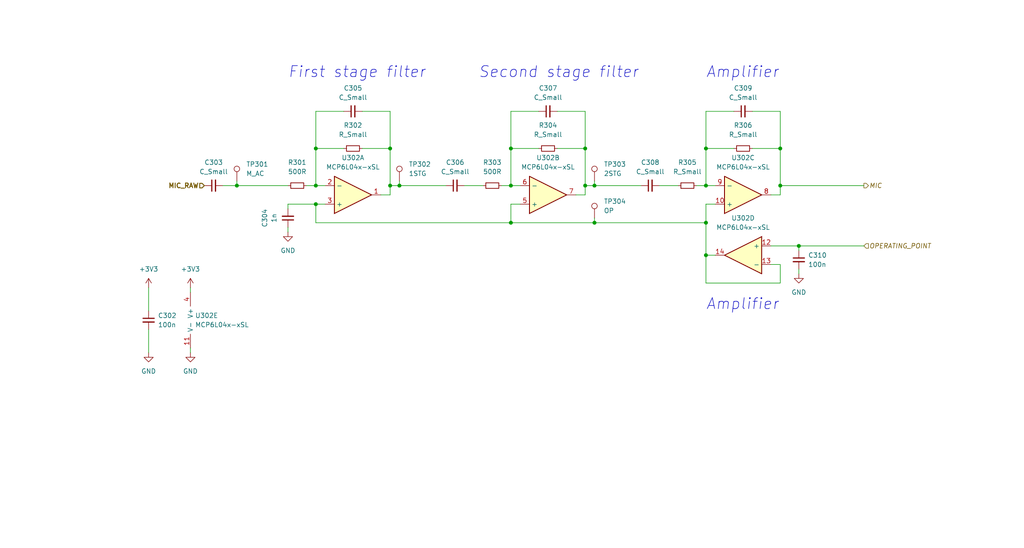
<source format=kicad_sch>
(kicad_sch (version 20211123) (generator eeschema)
  (paper "User" 280.01 150.012)
  (title_block (title "UltraSoundSensor") (date "2022-10-30") (rev "1.0") (company "Krystian Mirek"))
  (lib_symbols
    (symbol "Amplifier_Operational:MCP6L04x-xSL"
      (property "Reference" "U" (at 0 3.81 0))
      (property "Value" "MCP6L04x-xSL" (at 0 -3.81 0))
      (symbol "MCP6L04x-xSL_1_1"
        (polyline (pts (xy -5.08 5.08) (xy 5.08 0) (xy -5.08 -5.08) (xy -5.08 5.08)) (stroke (width 0.254)) (fill (type background)))
        (pin output line (at 7.62 0 180) (length 2.54) (name "~") (number "1"))
        (pin input line (at -7.62 -2.54 0) (length 2.54) (name "-") (number "2"))
        (pin input line (at -7.62 2.54 0) (length 2.54) (name "+") (number "3"))
      )
      (symbol "MCP6L04x-xSL_2_1"
        (polyline (pts (xy -5.08 5.08) (xy 5.08 0) (xy -5.08 -5.08) (xy -5.08 5.08)) (stroke (width 0.254)) (fill (type background)))
        (pin input line (at -7.62 2.54 0) (length 2.54) (name "+") (number "5"))
        (pin input line (at -7.62 -2.54 0) (length 2.54) (name "-") (number "6"))
        (pin output line (at 7.62 0 180) (length 2.54) (name "~") (number "7"))
      )
      (symbol "MCP6L04x-xSL_3_1"
        (polyline (pts (xy -5.08 5.08) (xy 5.08 0) (xy -5.08 -5.08) (xy -5.08 5.08)) (stroke (width 0.254)) (fill (type background)))
        (pin input line (at -7.62 2.54 0) (length 2.54) (name "+") (number "10"))
        (pin output line (at 7.62 0 180) (length 2.54) (name "~") (number "8"))
        (pin input line (at -7.62 -2.54 0) (length 2.54) (name "-") (number "9"))
      )
      (symbol "MCP6L04x-xSL_4_1"
        (polyline (pts (xy -5.08 5.08) (xy 5.08 0) (xy -5.08 -5.08) (xy -5.08 5.08)) (stroke (width 0.254)) (fill (type background)))
        (pin input line (at -7.62 2.54 0) (length 2.54) (name "+") (number "12"))
        (pin input line (at -7.62 -2.54 0) (length 2.54) (name "-") (number "13"))
        (pin output line (at 7.62 0 180) (length 2.54) (name "~") (number "14"))
      )
      (symbol "MCP6L04x-xSL_5_1"
        (pin power_in line (at -2.54 -7.62 90) (length 3.81) (name "V-") (number "11"))
        (pin power_in line (at -2.54 7.62 270) (length 3.81) (name "V+") (number "4"))
      )
    )
    (symbol "Connector:TestPoint" (pin_numbers hide) (pin_names (offset 0.762) hide)
      (property "Reference" "TP" (at 0 6.858 0))
      (property "Value" "TestPoint" (at 0 5.08 0))
      (symbol "TestPoint_0_1"
        (circle (center 0 3.302) (radius 0.762))
      )
      (symbol "TestPoint_1_1"
        (pin passive line (at 0 0 90) (length 2.54) (name "1") (number "1"))
      )
    )
    (symbol "Device:C_Small" (pin_numbers hide) (pin_names (offset 0.254) hide)
      (property "Reference" "C" (at 0.254 1.778 0))
      (property "Value" "C_Small" (at 0.254 -2.032 0))
      (symbol "C_Small_0_1"
        (polyline (pts (xy -1.524 -0.508) (xy 1.524 -0.508)) (stroke (width 0.3302)))
        (polyline (pts (xy -1.524 0.508) (xy 1.524 0.508)) (stroke (width 0.3048)))
      )
      (symbol "C_Small_1_1"
        (pin passive line (at 0 2.54 270) (length 2.032) (name "~") (number "1"))
        (pin passive line (at 0 -2.54 90) (length 2.032) (name "~") (number "2"))
      )
    )
    (symbol "Device:R_Small" (pin_numbers hide) (pin_names (offset 0.254) hide)
      (property "Reference" "R" (at 0.762 0.508 0))
      (property "Value" "R_Small" (at 0.762 -1.016 0))
      (symbol "R_Small_0_1"
        (rectangle (start -0.762 1.778) (end 0.762 -1.778) (stroke (width 0.2032)))
      )
      (symbol "R_Small_1_1"
        (pin passive line (at 0 2.54 270) (length 0.762) (name "~") (number "1"))
        (pin passive line (at 0 -2.54 90) (length 0.762) (name "~") (number "2"))
      )
    )
    (symbol "power:+3V3" (power) (pin_names (offset 0))
      (property "Value" "+3V3" (at 0 3.556 0))
      (symbol "+3V3_0_1"
        (polyline (pts (xy -0.762 1.27) (xy 0 2.54)))
        (polyline (pts (xy 0 0) (xy 0 2.54)))
        (polyline (pts (xy 0 2.54) (xy 0.762 1.27)))
      )
      (symbol "+3V3_1_1"
        (pin power_in line (at 0 0 90) (length 0) hide (name "+3V3") (number "1"))
      )
    )
    (symbol "power:GND" (power) (pin_names (offset 0))
      (property "Value" "GND" (at 0 -3.81 0))
      (symbol "GND_0_1"
        (polyline (pts (xy 0 0) (xy 0 -1.27) (xy 1.27 -1.27) (xy 0 -2.54) (xy -1.27 -1.27) (xy 0 -1.27)))
      )
      (symbol "GND_1_1"
        (pin power_in line (at 0 0 270) (length 0) hide (name "GND") (number "1"))
      )
    )
  )
  (junction (at 64.77 50.8))
  (junction (at 106.68 50.8))
  (junction (at 139.7 60.96))
  (junction (at 162.56 60.96))
  (junction (at 86.36 55.88))
  (junction (at 193.04 60.96))
  (junction (at 213.36 50.8))
  (junction (at 139.7 40.64))
  (junction (at 86.36 40.64))
  (junction (at 218.44 67.31))
  (junction (at 109.22 50.8))
  (junction (at 193.04 50.8))
  (junction (at 162.56 50.8))
  (junction (at 86.36 50.8))
  (junction (at 160.02 40.64))
  (junction (at 106.68 40.64))
  (junction (at 139.7 50.8))
  (junction (at 160.02 50.8))
  (junction (at 193.04 69.85))
  (junction (at 213.36 40.64))
  (junction (at 193.04 40.64))
  (wire (pts (xy 139.7 40.64) (xy 139.7 50.8)))
  (wire (pts (xy 193.04 40.64) (xy 193.04 50.8)))
  (wire (pts (xy 213.36 50.8) (xy 236.22 50.8)))
  (wire (pts (xy 193.04 50.8) (xy 195.58 50.8)))
  (wire (pts (xy 193.04 30.48) (xy 193.04 40.64)))
  (wire (pts (xy 190.5 50.8) (xy 193.04 50.8)))
  (wire (pts (xy 152.4 40.64) (xy 160.02 40.64)))
  (wire (pts (xy 210.82 72.39) (xy 213.36 72.39)))
  (wire (pts (xy 152.4 30.48) (xy 160.02 30.48)))
  (wire (pts (xy 162.56 59.69) (xy 162.56 60.96)))
  (wire (pts (xy 142.24 55.88) (xy 139.7 55.88)))
  (wire (pts (xy 109.22 50.8) (xy 121.92 50.8)))
  (wire (pts (xy 64.77 49.53) (xy 64.77 50.8)))
  (wire (pts (xy 109.22 49.53) (xy 109.22 50.8)))
  (wire (pts (xy 193.04 55.88) (xy 193.04 60.96)))
  (wire (pts (xy 147.32 30.48) (xy 139.7 30.48)))
  (wire (pts (xy 93.98 40.64) (xy 86.36 40.64)))
  (wire (pts (xy 162.56 50.8) (xy 175.26 50.8)))
  (wire (pts (xy 213.36 40.64) (xy 213.36 50.8)))
  (wire (pts (xy 193.04 69.85) (xy 195.58 69.85)))
  (wire (pts (xy 162.56 60.96) (xy 193.04 60.96)))
  (wire (pts (xy 200.66 40.64) (xy 193.04 40.64)))
  (wire (pts (xy 86.36 30.48) (xy 86.36 40.64)))
  (wire (pts (xy 93.98 30.48) (xy 86.36 30.48)))
  (wire (pts (xy 218.44 67.31) (xy 218.44 68.58)))
  (wire (pts (xy 160.02 53.34) (xy 160.02 50.8)))
  (wire (pts (xy 213.36 72.39) (xy 213.36 77.47)))
  (wire (pts (xy 157.48 53.34) (xy 160.02 53.34)))
  (wire (pts (xy 195.58 55.88) (xy 193.04 55.88)))
  (wire (pts (xy 210.82 67.31) (xy 218.44 67.31)))
  (wire (pts (xy 137.16 50.8) (xy 139.7 50.8)))
  (wire (pts (xy 78.74 55.88) (xy 86.36 55.88)))
  (wire (pts (xy 160.02 50.8) (xy 162.56 50.8)))
  (wire (pts (xy 160.02 40.64) (xy 160.02 50.8)))
  (wire (pts (xy 106.68 30.48) (xy 106.68 40.64)))
  (wire (pts (xy 60.96 50.8) (xy 64.77 50.8)))
  (wire (pts (xy 86.36 50.8) (xy 88.9 50.8)))
  (wire (pts (xy 200.66 30.48) (xy 193.04 30.48)))
  (wire (pts (xy 127 50.8) (xy 132.08 50.8)))
  (wire (pts (xy 160.02 30.48) (xy 160.02 40.64)))
  (wire (pts (xy 104.14 53.34) (xy 106.68 53.34)))
  (wire (pts (xy 78.74 57.15) (xy 78.74 55.88)))
  (wire (pts (xy 78.74 62.23) (xy 78.74 63.5)))
  (wire (pts (xy 52.07 95.25) (xy 52.07 96.52)))
  (wire (pts (xy 205.74 30.48) (xy 213.36 30.48)))
  (wire (pts (xy 139.7 50.8) (xy 142.24 50.8)))
  (wire (pts (xy 83.82 50.8) (xy 86.36 50.8)))
  (wire (pts (xy 106.68 50.8) (xy 109.22 50.8)))
  (wire (pts (xy 139.7 60.96) (xy 162.56 60.96)))
  (wire (pts (xy 139.7 60.96) (xy 86.36 60.96)))
  (wire (pts (xy 213.36 30.48) (xy 213.36 40.64)))
  (wire (pts (xy 99.06 30.48) (xy 106.68 30.48)))
  (wire (pts (xy 210.82 53.34) (xy 213.36 53.34)))
  (wire (pts (xy 193.04 69.85) (xy 193.04 60.96)))
  (wire (pts (xy 193.04 77.47) (xy 193.04 69.85)))
  (wire (pts (xy 99.06 40.64) (xy 106.68 40.64)))
  (wire (pts (xy 205.74 40.64) (xy 213.36 40.64)))
  (wire (pts (xy 180.34 50.8) (xy 185.42 50.8)))
  (wire (pts (xy 40.64 90.17) (xy 40.64 96.52)))
  (wire (pts (xy 106.68 40.64) (xy 106.68 50.8)))
  (wire (pts (xy 106.68 53.34) (xy 106.68 50.8)))
  (wire (pts (xy 162.56 49.53) (xy 162.56 50.8)))
  (wire (pts (xy 213.36 53.34) (xy 213.36 50.8)))
  (wire (pts (xy 218.44 73.66) (xy 218.44 74.93)))
  (wire (pts (xy 86.36 60.96) (xy 86.36 55.88)))
  (wire (pts (xy 86.36 55.88) (xy 88.9 55.88)))
  (wire (pts (xy 218.44 67.31) (xy 236.22 67.31)))
  (wire (pts (xy 52.07 78.74) (xy 52.07 80.01)))
  (wire (pts (xy 213.36 77.47) (xy 193.04 77.47)))
  (wire (pts (xy 139.7 30.48) (xy 139.7 40.64)))
  (wire (pts (xy 139.7 40.64) (xy 147.32 40.64)))
  (wire (pts (xy 40.64 78.74) (xy 40.64 85.09)))
  (wire (pts (xy 86.36 40.64) (xy 86.36 50.8)))
  (wire (pts (xy 139.7 55.88) (xy 139.7 60.96)))
  (wire (pts (xy 64.77 50.8) (xy 78.74 50.8)))
  (text "Amplifier" (at 193.04 85.09 0) (effects (font (size 3 3) italic) (justify left bottom)))
  (text "First stage filter" (at 78.74 21.59 0) (effects (font (size 3 3) italic) (justify left bottom)))
  (text "Amplifier" (at 193.04 21.59 0) (effects (font (size 3 3) italic) (justify left bottom)))
  (text "Second stage filter" (at 130.81 21.59 0) (effects (font (size 3 3) italic) (justify left bottom)))
  (hierarchical_label "MIC_RAW" (shape input) (at 55.88 50.8 180) (effects (font bold)))
  (hierarchical_label "MIC" (shape output) (at 236.22 50.8 0) (effects (font italic)))
  (hierarchical_label "OPERATING_POINT" (shape input) (at 236.22 67.31 0) (effects (font italic)))
  (symbol (lib_id "Device:R_Small") (at 187.96 50.8 90) (unit 1)
    (property "Reference" "R305" (at 187.96 44.45 90))
    (property "Value" "R_Small" (at 187.96 46.99 90))
    (property "Footprint" "Resistor_SMD:R_0603_1608Metric" (effects hide))
  )
  (symbol (lib_id "power:+3V3") (at 52.07 78.74 0) (unit 1)
    (property "Reference" "#PWR0307" (effects hide))
    (property "Value" "+3V3" (at 52.07 73.66 0))
  )
  (symbol (lib_id "Amplifier_Operational:MCP6L04x-xSL") (at 203.2 69.85 0) (mirror y) (unit 4)
    (property "Reference" "U302" (at 203.2 59.69 0))
    (property "Value" "MCP6L04x-xSL" (at 203.2 62.23 0))
    (property "Footprint" "Package_SO:SOIC-14_3.9x8.7mm_P1.27mm" (effects hide))
    (property "Datasheet" "http://ww1.microchip.com/downloads/en/devicedoc/22140b.pdf" (effects hide))
  )
  (symbol (lib_id "power:GND") (at 52.07 96.52 0) (unit 1)
    (property "Reference" "#PWR0172" (effects hide))
    (property "Value" "GND" (at 52.07 101.6 0))
  )
  (symbol (lib_id "Amplifier_Operational:MCP6L04x-xSL") (at 54.61 87.63 0) (unit 5)
    (property "Reference" "U302" (at 53.34 86.3599 0) (effects (justify left)))
    (property "Value" "MCP6L04x-xSL" (at 53.34 88.8999 0) (effects (justify left)))
    (property "Footprint" "Package_SO:SOIC-14_3.9x8.7mm_P1.27mm" (effects hide))
    (property "Datasheet" "http://ww1.microchip.com/downloads/en/devicedoc/22140b.pdf" (effects hide))
  )
  (symbol (lib_id "Device:C_Small") (at 78.74 59.69 180) (unit 1)
    (property "Reference" "C304" (at 72.39 59.6837 90))
    (property "Value" "1n" (at 74.93 59.6837 90))
    (property "Footprint" "Capacitor_SMD:C_0603_1608Metric" (effects hide))
  )
  (symbol (lib_id "Amplifier_Operational:MCP6L04x-xSL") (at 96.52 53.34 0) (mirror x) (unit 1)
    (property "Reference" "U302" (at 96.52 43.18 0))
    (property "Value" "MCP6L04x-xSL" (at 96.52 45.72 0))
    (property "Footprint" "Package_SO:SOIC-14_3.9x8.7mm_P1.27mm" (effects hide))
    (property "Datasheet" "http://ww1.microchip.com/downloads/en/devicedoc/22140b.pdf" (effects hide))
  )
  (symbol (lib_id "Connector:TestPoint") (at 109.22 49.53 0) (unit 1)
    (property "Reference" "TP302" (at 111.76 44.9579 0) (effects (justify left)))
    (property "Value" "1STG" (at 111.76 47.4979 0) (effects (justify left)))
    (property "Footprint" "TestPoint:TestPoint_Pad_D1.0mm" (effects hide))
  )
  (symbol (lib_id "Device:R_Small") (at 203.2 40.64 90) (unit 1)
    (property "Reference" "R306" (at 203.2 34.29 90))
    (property "Value" "R_Small" (at 203.2 36.83 90))
    (property "Footprint" "Resistor_SMD:R_0603_1608Metric" (effects hide))
  )
  (symbol (lib_id "Connector:TestPoint") (at 162.56 49.53 0) (unit 1)
    (property "Reference" "TP303" (at 165.1 44.9579 0) (effects (justify left)))
    (property "Value" "2STG" (at 165.1 47.4979 0) (effects (justify left)))
    (property "Footprint" "TestPoint:TestPoint_Pad_D1.0mm" (effects hide))
  )
  (symbol (lib_id "Device:R_Small") (at 96.52 40.64 90) (unit 1)
    (property "Reference" "R302" (at 96.52 34.29 90))
    (property "Value" "R_Small" (at 96.52 36.83 90))
    (property "Footprint" "Resistor_SMD:R_0603_1608Metric" (effects hide))
  )
  (symbol (lib_id "Device:C_Small") (at 58.42 50.8 90) (unit 1)
    (property "Reference" "C303" (at 58.4263 44.45 90))
    (property "Value" "C_Small" (at 58.4263 46.99 90))
    (property "Footprint" "Capacitor_SMD:C_0603_1608Metric" (effects hide))
  )
  (symbol (lib_id "Device:C_Small") (at 177.8 50.8 90) (unit 1)
    (property "Reference" "C308" (at 177.8063 44.45 90))
    (property "Value" "C_Small" (at 177.8063 46.99 90))
    (property "Footprint" "Capacitor_SMD:C_0603_1608Metric" (effects hide))
  )
  (symbol (lib_id "Device:C_Small") (at 203.2 30.48 90) (unit 1)
    (property "Reference" "C309" (at 203.2063 24.13 90))
    (property "Value" "C_Small" (at 203.2063 26.67 90))
    (property "Footprint" "Capacitor_SMD:C_0603_1608Metric" (effects hide))
  )
  (symbol (lib_id "Device:C_Small") (at 149.86 30.48 90) (unit 1)
    (property "Reference" "C307" (at 149.8663 24.13 90))
    (property "Value" "C_Small" (at 149.8663 26.67 90))
    (property "Footprint" "Capacitor_SMD:C_0603_1608Metric" (effects hide))
  )
  (symbol (lib_id "Connector:TestPoint") (at 64.77 49.53 0) (unit 1)
    (property "Reference" "TP301" (at 67.31 44.9579 0) (effects (justify left)))
    (property "Value" "M_AC" (at 67.31 47.4979 0) (effects (justify left)))
    (property "Footprint" "TestPoint:TestPoint_Pad_D1.0mm" (effects hide))
  )
  (symbol (lib_id "Device:R_Small") (at 81.28 50.8 90) (unit 1)
    (property "Reference" "R301" (at 81.28 44.45 90))
    (property "Value" "500R" (at 81.28 46.99 90))
    (property "Footprint" "Resistor_SMD:R_0603_1608Metric" (effects hide))
  )
  (symbol (lib_id "power:GND") (at 40.64 96.52 0) (unit 1)
    (property "Reference" "#PWR0171" (effects hide))
    (property "Value" "GND" (at 40.64 101.6 0))
  )
  (symbol (lib_id "Device:C_Small") (at 40.64 87.63 0) (unit 1)
    (property "Reference" "C302" (at 43.18 86.3662 0) (effects (justify left)))
    (property "Value" "100n" (at 43.18 88.9062 0) (effects (justify left)))
    (property "Footprint" "Capacitor_SMD:C_0603_1608Metric" (effects hide))
  )
  (symbol (lib_id "Device:C_Small") (at 96.52 30.48 90) (unit 1)
    (property "Reference" "C305" (at 96.5263 24.13 90))
    (property "Value" "C_Small" (at 96.5263 26.67 90))
    (property "Footprint" "Capacitor_SMD:C_0603_1608Metric" (effects hide))
  )
  (symbol (lib_id "Device:C_Small") (at 218.44 71.12 0) (unit 1)
    (property "Reference" "C310" (at 220.98 69.8562 0) (effects (justify left)))
    (property "Value" "100n" (at 220.98 72.3962 0) (effects (justify left)))
    (property "Footprint" "Capacitor_SMD:C_0603_1608Metric" (effects hide))
  )
  (symbol (lib_id "power:+3V3") (at 40.64 78.74 0) (unit 1)
    (property "Reference" "#PWR0303" (effects hide))
    (property "Value" "+3V3" (at 40.64 73.66 0))
  )
  (symbol (lib_id "power:GND") (at 78.74 63.5 0) (unit 1)
    (property "Reference" "#PWR0170" (effects hide))
    (property "Value" "GND" (at 78.74 68.58 0))
  )
  (symbol (lib_id "Connector:TestPoint") (at 162.56 59.69 0) (unit 1)
    (property "Reference" "TP304" (at 165.1 55.1179 0) (effects (justify left)))
    (property "Value" "OP" (at 165.1 57.6579 0) (effects (justify left)))
    (property "Footprint" "TestPoint:TestPoint_Pad_D1.0mm" (effects hide))
  )
  (symbol (lib_id "Device:R_Small") (at 134.62 50.8 90) (unit 1)
    (property "Reference" "R303" (at 134.62 44.45 90))
    (property "Value" "500R" (at 134.62 46.99 90))
    (property "Footprint" "Resistor_SMD:R_0603_1608Metric" (effects hide))
  )
  (symbol (lib_id "Amplifier_Operational:MCP6L04x-xSL") (at 203.2 53.34 0) (mirror x) (unit 3)
    (property "Reference" "U302" (at 203.2 43.18 0))
    (property "Value" "MCP6L04x-xSL" (at 203.2 45.72 0))
    (property "Footprint" "Package_SO:SOIC-14_3.9x8.7mm_P1.27mm" (effects hide))
    (property "Datasheet" "http://ww1.microchip.com/downloads/en/devicedoc/22140b.pdf" (effects hide))
  )
  (symbol (lib_id "Device:R_Small") (at 149.86 40.64 90) (unit 1)
    (property "Reference" "R304" (at 149.86 34.29 90))
    (property "Value" "R_Small" (at 149.86 36.83 90))
    (property "Footprint" "Resistor_SMD:R_0603_1608Metric" (effects hide))
  )
  (symbol (lib_id "power:GND") (at 218.44 74.93 0) (unit 1)
    (property "Reference" "#PWR0169" (effects hide))
    (property "Value" "GND" (at 218.44 80.01 0))
  )
  (symbol (lib_id "Amplifier_Operational:MCP6L04x-xSL") (at 149.86 53.34 0) (mirror x) (unit 2)
    (property "Reference" "U302" (at 149.86 43.18 0))
    (property "Value" "MCP6L04x-xSL" (at 149.86 45.72 0))
    (property "Footprint" "Package_SO:SOIC-14_3.9x8.7mm_P1.27mm" (effects hide))
    (property "Datasheet" "http://ww1.microchip.com/downloads/en/devicedoc/22140b.pdf" (effects hide))
  )
  (symbol (lib_id "Device:C_Small") (at 124.46 50.8 90) (unit 1)
    (property "Reference" "C306" (at 124.4663 44.45 90))
    (property "Value" "C_Small" (at 124.4663 46.99 90))
    (property "Footprint" "Capacitor_SMD:C_0603_1608Metric" (effects hide))
  )
)
</source>
